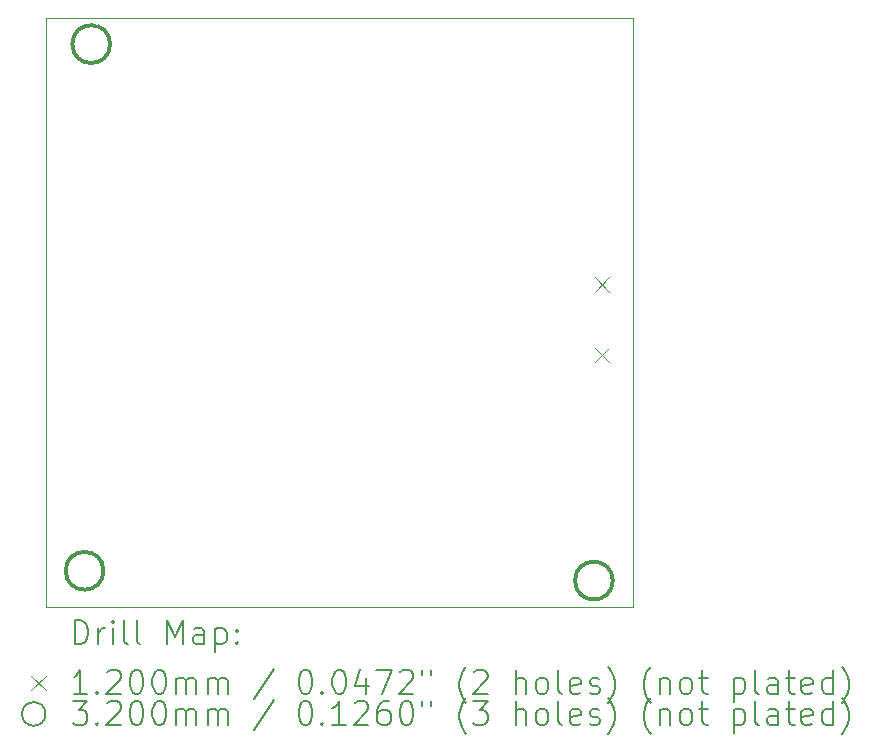
<source format=gbr>
%TF.GenerationSoftware,KiCad,Pcbnew,7.0.1*%
%TF.CreationDate,2023-10-11T20:36:58-05:00*%
%TF.ProjectId,Main_Board,4d61696e-5f42-46f6-9172-642e6b696361,1*%
%TF.SameCoordinates,Original*%
%TF.FileFunction,Drillmap*%
%TF.FilePolarity,Positive*%
%FSLAX45Y45*%
G04 Gerber Fmt 4.5, Leading zero omitted, Abs format (unit mm)*
G04 Created by KiCad (PCBNEW 7.0.1) date 2023-10-11 20:36:58*
%MOMM*%
%LPD*%
G01*
G04 APERTURE LIST*
%ADD10C,0.100000*%
%ADD11C,0.200000*%
%ADD12C,0.120000*%
%ADD13C,0.320000*%
G04 APERTURE END LIST*
D10*
X23483682Y-2000000D02*
X23483682Y-6983379D01*
X18516318Y-2000000D02*
X18516318Y-2000000D01*
X23483682Y-6983379D02*
X18516318Y-6983379D01*
X18516318Y-6983379D02*
X18516318Y-2000000D01*
X18516318Y-2000000D02*
X23483682Y-2000000D01*
D11*
D12*
X23162182Y-4196379D02*
X23282182Y-4316379D01*
X23282182Y-4196379D02*
X23162182Y-4316379D01*
X23162182Y-4796379D02*
X23282182Y-4916379D01*
X23282182Y-4796379D02*
X23162182Y-4916379D01*
D13*
X19001692Y-6680169D02*
G75*
G03*
X19001692Y-6680169I-160000J0D01*
G01*
X19057692Y-2221269D02*
G75*
G03*
X19057692Y-2221269I-160000J0D01*
G01*
X23313692Y-6763169D02*
G75*
G03*
X23313692Y-6763169I-160000J0D01*
G01*
D11*
X18758937Y-7300902D02*
X18758937Y-7100902D01*
X18758937Y-7100902D02*
X18806556Y-7100902D01*
X18806556Y-7100902D02*
X18835127Y-7110426D01*
X18835127Y-7110426D02*
X18854175Y-7129474D01*
X18854175Y-7129474D02*
X18863699Y-7148521D01*
X18863699Y-7148521D02*
X18873223Y-7186617D01*
X18873223Y-7186617D02*
X18873223Y-7215188D01*
X18873223Y-7215188D02*
X18863699Y-7253283D01*
X18863699Y-7253283D02*
X18854175Y-7272331D01*
X18854175Y-7272331D02*
X18835127Y-7291379D01*
X18835127Y-7291379D02*
X18806556Y-7300902D01*
X18806556Y-7300902D02*
X18758937Y-7300902D01*
X18958937Y-7300902D02*
X18958937Y-7167569D01*
X18958937Y-7205664D02*
X18968461Y-7186617D01*
X18968461Y-7186617D02*
X18977984Y-7177093D01*
X18977984Y-7177093D02*
X18997032Y-7167569D01*
X18997032Y-7167569D02*
X19016080Y-7167569D01*
X19082746Y-7300902D02*
X19082746Y-7167569D01*
X19082746Y-7100902D02*
X19073223Y-7110426D01*
X19073223Y-7110426D02*
X19082746Y-7119950D01*
X19082746Y-7119950D02*
X19092270Y-7110426D01*
X19092270Y-7110426D02*
X19082746Y-7100902D01*
X19082746Y-7100902D02*
X19082746Y-7119950D01*
X19206556Y-7300902D02*
X19187508Y-7291379D01*
X19187508Y-7291379D02*
X19177984Y-7272331D01*
X19177984Y-7272331D02*
X19177984Y-7100902D01*
X19311318Y-7300902D02*
X19292270Y-7291379D01*
X19292270Y-7291379D02*
X19282746Y-7272331D01*
X19282746Y-7272331D02*
X19282746Y-7100902D01*
X19539889Y-7300902D02*
X19539889Y-7100902D01*
X19539889Y-7100902D02*
X19606556Y-7243760D01*
X19606556Y-7243760D02*
X19673223Y-7100902D01*
X19673223Y-7100902D02*
X19673223Y-7300902D01*
X19854175Y-7300902D02*
X19854175Y-7196141D01*
X19854175Y-7196141D02*
X19844651Y-7177093D01*
X19844651Y-7177093D02*
X19825604Y-7167569D01*
X19825604Y-7167569D02*
X19787508Y-7167569D01*
X19787508Y-7167569D02*
X19768461Y-7177093D01*
X19854175Y-7291379D02*
X19835127Y-7300902D01*
X19835127Y-7300902D02*
X19787508Y-7300902D01*
X19787508Y-7300902D02*
X19768461Y-7291379D01*
X19768461Y-7291379D02*
X19758937Y-7272331D01*
X19758937Y-7272331D02*
X19758937Y-7253283D01*
X19758937Y-7253283D02*
X19768461Y-7234236D01*
X19768461Y-7234236D02*
X19787508Y-7224712D01*
X19787508Y-7224712D02*
X19835127Y-7224712D01*
X19835127Y-7224712D02*
X19854175Y-7215188D01*
X19949413Y-7167569D02*
X19949413Y-7367569D01*
X19949413Y-7177093D02*
X19968461Y-7167569D01*
X19968461Y-7167569D02*
X20006556Y-7167569D01*
X20006556Y-7167569D02*
X20025604Y-7177093D01*
X20025604Y-7177093D02*
X20035127Y-7186617D01*
X20035127Y-7186617D02*
X20044651Y-7205664D01*
X20044651Y-7205664D02*
X20044651Y-7262807D01*
X20044651Y-7262807D02*
X20035127Y-7281855D01*
X20035127Y-7281855D02*
X20025604Y-7291379D01*
X20025604Y-7291379D02*
X20006556Y-7300902D01*
X20006556Y-7300902D02*
X19968461Y-7300902D01*
X19968461Y-7300902D02*
X19949413Y-7291379D01*
X20130365Y-7281855D02*
X20139889Y-7291379D01*
X20139889Y-7291379D02*
X20130365Y-7300902D01*
X20130365Y-7300902D02*
X20120842Y-7291379D01*
X20120842Y-7291379D02*
X20130365Y-7281855D01*
X20130365Y-7281855D02*
X20130365Y-7300902D01*
X20130365Y-7177093D02*
X20139889Y-7186617D01*
X20139889Y-7186617D02*
X20130365Y-7196141D01*
X20130365Y-7196141D02*
X20120842Y-7186617D01*
X20120842Y-7186617D02*
X20130365Y-7177093D01*
X20130365Y-7177093D02*
X20130365Y-7196141D01*
D12*
X18391318Y-7568379D02*
X18511318Y-7688379D01*
X18511318Y-7568379D02*
X18391318Y-7688379D01*
D11*
X18863699Y-7720902D02*
X18749413Y-7720902D01*
X18806556Y-7720902D02*
X18806556Y-7520902D01*
X18806556Y-7520902D02*
X18787508Y-7549474D01*
X18787508Y-7549474D02*
X18768461Y-7568521D01*
X18768461Y-7568521D02*
X18749413Y-7578045D01*
X18949413Y-7701855D02*
X18958937Y-7711379D01*
X18958937Y-7711379D02*
X18949413Y-7720902D01*
X18949413Y-7720902D02*
X18939889Y-7711379D01*
X18939889Y-7711379D02*
X18949413Y-7701855D01*
X18949413Y-7701855D02*
X18949413Y-7720902D01*
X19035127Y-7539950D02*
X19044651Y-7530426D01*
X19044651Y-7530426D02*
X19063699Y-7520902D01*
X19063699Y-7520902D02*
X19111318Y-7520902D01*
X19111318Y-7520902D02*
X19130365Y-7530426D01*
X19130365Y-7530426D02*
X19139889Y-7539950D01*
X19139889Y-7539950D02*
X19149413Y-7558998D01*
X19149413Y-7558998D02*
X19149413Y-7578045D01*
X19149413Y-7578045D02*
X19139889Y-7606617D01*
X19139889Y-7606617D02*
X19025604Y-7720902D01*
X19025604Y-7720902D02*
X19149413Y-7720902D01*
X19273223Y-7520902D02*
X19292270Y-7520902D01*
X19292270Y-7520902D02*
X19311318Y-7530426D01*
X19311318Y-7530426D02*
X19320842Y-7539950D01*
X19320842Y-7539950D02*
X19330365Y-7558998D01*
X19330365Y-7558998D02*
X19339889Y-7597093D01*
X19339889Y-7597093D02*
X19339889Y-7644712D01*
X19339889Y-7644712D02*
X19330365Y-7682807D01*
X19330365Y-7682807D02*
X19320842Y-7701855D01*
X19320842Y-7701855D02*
X19311318Y-7711379D01*
X19311318Y-7711379D02*
X19292270Y-7720902D01*
X19292270Y-7720902D02*
X19273223Y-7720902D01*
X19273223Y-7720902D02*
X19254175Y-7711379D01*
X19254175Y-7711379D02*
X19244651Y-7701855D01*
X19244651Y-7701855D02*
X19235127Y-7682807D01*
X19235127Y-7682807D02*
X19225604Y-7644712D01*
X19225604Y-7644712D02*
X19225604Y-7597093D01*
X19225604Y-7597093D02*
X19235127Y-7558998D01*
X19235127Y-7558998D02*
X19244651Y-7539950D01*
X19244651Y-7539950D02*
X19254175Y-7530426D01*
X19254175Y-7530426D02*
X19273223Y-7520902D01*
X19463699Y-7520902D02*
X19482746Y-7520902D01*
X19482746Y-7520902D02*
X19501794Y-7530426D01*
X19501794Y-7530426D02*
X19511318Y-7539950D01*
X19511318Y-7539950D02*
X19520842Y-7558998D01*
X19520842Y-7558998D02*
X19530365Y-7597093D01*
X19530365Y-7597093D02*
X19530365Y-7644712D01*
X19530365Y-7644712D02*
X19520842Y-7682807D01*
X19520842Y-7682807D02*
X19511318Y-7701855D01*
X19511318Y-7701855D02*
X19501794Y-7711379D01*
X19501794Y-7711379D02*
X19482746Y-7720902D01*
X19482746Y-7720902D02*
X19463699Y-7720902D01*
X19463699Y-7720902D02*
X19444651Y-7711379D01*
X19444651Y-7711379D02*
X19435127Y-7701855D01*
X19435127Y-7701855D02*
X19425604Y-7682807D01*
X19425604Y-7682807D02*
X19416080Y-7644712D01*
X19416080Y-7644712D02*
X19416080Y-7597093D01*
X19416080Y-7597093D02*
X19425604Y-7558998D01*
X19425604Y-7558998D02*
X19435127Y-7539950D01*
X19435127Y-7539950D02*
X19444651Y-7530426D01*
X19444651Y-7530426D02*
X19463699Y-7520902D01*
X19616080Y-7720902D02*
X19616080Y-7587569D01*
X19616080Y-7606617D02*
X19625604Y-7597093D01*
X19625604Y-7597093D02*
X19644651Y-7587569D01*
X19644651Y-7587569D02*
X19673223Y-7587569D01*
X19673223Y-7587569D02*
X19692270Y-7597093D01*
X19692270Y-7597093D02*
X19701794Y-7616141D01*
X19701794Y-7616141D02*
X19701794Y-7720902D01*
X19701794Y-7616141D02*
X19711318Y-7597093D01*
X19711318Y-7597093D02*
X19730365Y-7587569D01*
X19730365Y-7587569D02*
X19758937Y-7587569D01*
X19758937Y-7587569D02*
X19777985Y-7597093D01*
X19777985Y-7597093D02*
X19787508Y-7616141D01*
X19787508Y-7616141D02*
X19787508Y-7720902D01*
X19882746Y-7720902D02*
X19882746Y-7587569D01*
X19882746Y-7606617D02*
X19892270Y-7597093D01*
X19892270Y-7597093D02*
X19911318Y-7587569D01*
X19911318Y-7587569D02*
X19939889Y-7587569D01*
X19939889Y-7587569D02*
X19958937Y-7597093D01*
X19958937Y-7597093D02*
X19968461Y-7616141D01*
X19968461Y-7616141D02*
X19968461Y-7720902D01*
X19968461Y-7616141D02*
X19977985Y-7597093D01*
X19977985Y-7597093D02*
X19997032Y-7587569D01*
X19997032Y-7587569D02*
X20025604Y-7587569D01*
X20025604Y-7587569D02*
X20044651Y-7597093D01*
X20044651Y-7597093D02*
X20054175Y-7616141D01*
X20054175Y-7616141D02*
X20054175Y-7720902D01*
X20444651Y-7511379D02*
X20273223Y-7768521D01*
X20701794Y-7520902D02*
X20720842Y-7520902D01*
X20720842Y-7520902D02*
X20739889Y-7530426D01*
X20739889Y-7530426D02*
X20749413Y-7539950D01*
X20749413Y-7539950D02*
X20758937Y-7558998D01*
X20758937Y-7558998D02*
X20768461Y-7597093D01*
X20768461Y-7597093D02*
X20768461Y-7644712D01*
X20768461Y-7644712D02*
X20758937Y-7682807D01*
X20758937Y-7682807D02*
X20749413Y-7701855D01*
X20749413Y-7701855D02*
X20739889Y-7711379D01*
X20739889Y-7711379D02*
X20720842Y-7720902D01*
X20720842Y-7720902D02*
X20701794Y-7720902D01*
X20701794Y-7720902D02*
X20682747Y-7711379D01*
X20682747Y-7711379D02*
X20673223Y-7701855D01*
X20673223Y-7701855D02*
X20663699Y-7682807D01*
X20663699Y-7682807D02*
X20654175Y-7644712D01*
X20654175Y-7644712D02*
X20654175Y-7597093D01*
X20654175Y-7597093D02*
X20663699Y-7558998D01*
X20663699Y-7558998D02*
X20673223Y-7539950D01*
X20673223Y-7539950D02*
X20682747Y-7530426D01*
X20682747Y-7530426D02*
X20701794Y-7520902D01*
X20854175Y-7701855D02*
X20863699Y-7711379D01*
X20863699Y-7711379D02*
X20854175Y-7720902D01*
X20854175Y-7720902D02*
X20844651Y-7711379D01*
X20844651Y-7711379D02*
X20854175Y-7701855D01*
X20854175Y-7701855D02*
X20854175Y-7720902D01*
X20987508Y-7520902D02*
X21006556Y-7520902D01*
X21006556Y-7520902D02*
X21025604Y-7530426D01*
X21025604Y-7530426D02*
X21035128Y-7539950D01*
X21035128Y-7539950D02*
X21044651Y-7558998D01*
X21044651Y-7558998D02*
X21054175Y-7597093D01*
X21054175Y-7597093D02*
X21054175Y-7644712D01*
X21054175Y-7644712D02*
X21044651Y-7682807D01*
X21044651Y-7682807D02*
X21035128Y-7701855D01*
X21035128Y-7701855D02*
X21025604Y-7711379D01*
X21025604Y-7711379D02*
X21006556Y-7720902D01*
X21006556Y-7720902D02*
X20987508Y-7720902D01*
X20987508Y-7720902D02*
X20968461Y-7711379D01*
X20968461Y-7711379D02*
X20958937Y-7701855D01*
X20958937Y-7701855D02*
X20949413Y-7682807D01*
X20949413Y-7682807D02*
X20939889Y-7644712D01*
X20939889Y-7644712D02*
X20939889Y-7597093D01*
X20939889Y-7597093D02*
X20949413Y-7558998D01*
X20949413Y-7558998D02*
X20958937Y-7539950D01*
X20958937Y-7539950D02*
X20968461Y-7530426D01*
X20968461Y-7530426D02*
X20987508Y-7520902D01*
X21225604Y-7587569D02*
X21225604Y-7720902D01*
X21177985Y-7511379D02*
X21130366Y-7654236D01*
X21130366Y-7654236D02*
X21254175Y-7654236D01*
X21311318Y-7520902D02*
X21444651Y-7520902D01*
X21444651Y-7520902D02*
X21358937Y-7720902D01*
X21511318Y-7539950D02*
X21520842Y-7530426D01*
X21520842Y-7530426D02*
X21539889Y-7520902D01*
X21539889Y-7520902D02*
X21587509Y-7520902D01*
X21587509Y-7520902D02*
X21606556Y-7530426D01*
X21606556Y-7530426D02*
X21616080Y-7539950D01*
X21616080Y-7539950D02*
X21625604Y-7558998D01*
X21625604Y-7558998D02*
X21625604Y-7578045D01*
X21625604Y-7578045D02*
X21616080Y-7606617D01*
X21616080Y-7606617D02*
X21501794Y-7720902D01*
X21501794Y-7720902D02*
X21625604Y-7720902D01*
X21701794Y-7520902D02*
X21701794Y-7558998D01*
X21777985Y-7520902D02*
X21777985Y-7558998D01*
X22073223Y-7797093D02*
X22063699Y-7787569D01*
X22063699Y-7787569D02*
X22044651Y-7758998D01*
X22044651Y-7758998D02*
X22035128Y-7739950D01*
X22035128Y-7739950D02*
X22025604Y-7711379D01*
X22025604Y-7711379D02*
X22016080Y-7663760D01*
X22016080Y-7663760D02*
X22016080Y-7625664D01*
X22016080Y-7625664D02*
X22025604Y-7578045D01*
X22025604Y-7578045D02*
X22035128Y-7549474D01*
X22035128Y-7549474D02*
X22044651Y-7530426D01*
X22044651Y-7530426D02*
X22063699Y-7501855D01*
X22063699Y-7501855D02*
X22073223Y-7492331D01*
X22139890Y-7539950D02*
X22149413Y-7530426D01*
X22149413Y-7530426D02*
X22168461Y-7520902D01*
X22168461Y-7520902D02*
X22216080Y-7520902D01*
X22216080Y-7520902D02*
X22235128Y-7530426D01*
X22235128Y-7530426D02*
X22244651Y-7539950D01*
X22244651Y-7539950D02*
X22254175Y-7558998D01*
X22254175Y-7558998D02*
X22254175Y-7578045D01*
X22254175Y-7578045D02*
X22244651Y-7606617D01*
X22244651Y-7606617D02*
X22130366Y-7720902D01*
X22130366Y-7720902D02*
X22254175Y-7720902D01*
X22492270Y-7720902D02*
X22492270Y-7520902D01*
X22577985Y-7720902D02*
X22577985Y-7616141D01*
X22577985Y-7616141D02*
X22568461Y-7597093D01*
X22568461Y-7597093D02*
X22549413Y-7587569D01*
X22549413Y-7587569D02*
X22520842Y-7587569D01*
X22520842Y-7587569D02*
X22501794Y-7597093D01*
X22501794Y-7597093D02*
X22492270Y-7606617D01*
X22701794Y-7720902D02*
X22682747Y-7711379D01*
X22682747Y-7711379D02*
X22673223Y-7701855D01*
X22673223Y-7701855D02*
X22663699Y-7682807D01*
X22663699Y-7682807D02*
X22663699Y-7625664D01*
X22663699Y-7625664D02*
X22673223Y-7606617D01*
X22673223Y-7606617D02*
X22682747Y-7597093D01*
X22682747Y-7597093D02*
X22701794Y-7587569D01*
X22701794Y-7587569D02*
X22730366Y-7587569D01*
X22730366Y-7587569D02*
X22749413Y-7597093D01*
X22749413Y-7597093D02*
X22758937Y-7606617D01*
X22758937Y-7606617D02*
X22768461Y-7625664D01*
X22768461Y-7625664D02*
X22768461Y-7682807D01*
X22768461Y-7682807D02*
X22758937Y-7701855D01*
X22758937Y-7701855D02*
X22749413Y-7711379D01*
X22749413Y-7711379D02*
X22730366Y-7720902D01*
X22730366Y-7720902D02*
X22701794Y-7720902D01*
X22882747Y-7720902D02*
X22863699Y-7711379D01*
X22863699Y-7711379D02*
X22854175Y-7692331D01*
X22854175Y-7692331D02*
X22854175Y-7520902D01*
X23035128Y-7711379D02*
X23016080Y-7720902D01*
X23016080Y-7720902D02*
X22977985Y-7720902D01*
X22977985Y-7720902D02*
X22958937Y-7711379D01*
X22958937Y-7711379D02*
X22949413Y-7692331D01*
X22949413Y-7692331D02*
X22949413Y-7616141D01*
X22949413Y-7616141D02*
X22958937Y-7597093D01*
X22958937Y-7597093D02*
X22977985Y-7587569D01*
X22977985Y-7587569D02*
X23016080Y-7587569D01*
X23016080Y-7587569D02*
X23035128Y-7597093D01*
X23035128Y-7597093D02*
X23044651Y-7616141D01*
X23044651Y-7616141D02*
X23044651Y-7635188D01*
X23044651Y-7635188D02*
X22949413Y-7654236D01*
X23120842Y-7711379D02*
X23139890Y-7720902D01*
X23139890Y-7720902D02*
X23177985Y-7720902D01*
X23177985Y-7720902D02*
X23197032Y-7711379D01*
X23197032Y-7711379D02*
X23206556Y-7692331D01*
X23206556Y-7692331D02*
X23206556Y-7682807D01*
X23206556Y-7682807D02*
X23197032Y-7663760D01*
X23197032Y-7663760D02*
X23177985Y-7654236D01*
X23177985Y-7654236D02*
X23149413Y-7654236D01*
X23149413Y-7654236D02*
X23130366Y-7644712D01*
X23130366Y-7644712D02*
X23120842Y-7625664D01*
X23120842Y-7625664D02*
X23120842Y-7616141D01*
X23120842Y-7616141D02*
X23130366Y-7597093D01*
X23130366Y-7597093D02*
X23149413Y-7587569D01*
X23149413Y-7587569D02*
X23177985Y-7587569D01*
X23177985Y-7587569D02*
X23197032Y-7597093D01*
X23273223Y-7797093D02*
X23282747Y-7787569D01*
X23282747Y-7787569D02*
X23301794Y-7758998D01*
X23301794Y-7758998D02*
X23311318Y-7739950D01*
X23311318Y-7739950D02*
X23320842Y-7711379D01*
X23320842Y-7711379D02*
X23330366Y-7663760D01*
X23330366Y-7663760D02*
X23330366Y-7625664D01*
X23330366Y-7625664D02*
X23320842Y-7578045D01*
X23320842Y-7578045D02*
X23311318Y-7549474D01*
X23311318Y-7549474D02*
X23301794Y-7530426D01*
X23301794Y-7530426D02*
X23282747Y-7501855D01*
X23282747Y-7501855D02*
X23273223Y-7492331D01*
X23635128Y-7797093D02*
X23625604Y-7787569D01*
X23625604Y-7787569D02*
X23606556Y-7758998D01*
X23606556Y-7758998D02*
X23597032Y-7739950D01*
X23597032Y-7739950D02*
X23587509Y-7711379D01*
X23587509Y-7711379D02*
X23577985Y-7663760D01*
X23577985Y-7663760D02*
X23577985Y-7625664D01*
X23577985Y-7625664D02*
X23587509Y-7578045D01*
X23587509Y-7578045D02*
X23597032Y-7549474D01*
X23597032Y-7549474D02*
X23606556Y-7530426D01*
X23606556Y-7530426D02*
X23625604Y-7501855D01*
X23625604Y-7501855D02*
X23635128Y-7492331D01*
X23711318Y-7587569D02*
X23711318Y-7720902D01*
X23711318Y-7606617D02*
X23720842Y-7597093D01*
X23720842Y-7597093D02*
X23739890Y-7587569D01*
X23739890Y-7587569D02*
X23768461Y-7587569D01*
X23768461Y-7587569D02*
X23787509Y-7597093D01*
X23787509Y-7597093D02*
X23797032Y-7616141D01*
X23797032Y-7616141D02*
X23797032Y-7720902D01*
X23920842Y-7720902D02*
X23901794Y-7711379D01*
X23901794Y-7711379D02*
X23892271Y-7701855D01*
X23892271Y-7701855D02*
X23882747Y-7682807D01*
X23882747Y-7682807D02*
X23882747Y-7625664D01*
X23882747Y-7625664D02*
X23892271Y-7606617D01*
X23892271Y-7606617D02*
X23901794Y-7597093D01*
X23901794Y-7597093D02*
X23920842Y-7587569D01*
X23920842Y-7587569D02*
X23949413Y-7587569D01*
X23949413Y-7587569D02*
X23968461Y-7597093D01*
X23968461Y-7597093D02*
X23977985Y-7606617D01*
X23977985Y-7606617D02*
X23987509Y-7625664D01*
X23987509Y-7625664D02*
X23987509Y-7682807D01*
X23987509Y-7682807D02*
X23977985Y-7701855D01*
X23977985Y-7701855D02*
X23968461Y-7711379D01*
X23968461Y-7711379D02*
X23949413Y-7720902D01*
X23949413Y-7720902D02*
X23920842Y-7720902D01*
X24044652Y-7587569D02*
X24120842Y-7587569D01*
X24073223Y-7520902D02*
X24073223Y-7692331D01*
X24073223Y-7692331D02*
X24082747Y-7711379D01*
X24082747Y-7711379D02*
X24101794Y-7720902D01*
X24101794Y-7720902D02*
X24120842Y-7720902D01*
X24339890Y-7587569D02*
X24339890Y-7787569D01*
X24339890Y-7597093D02*
X24358937Y-7587569D01*
X24358937Y-7587569D02*
X24397033Y-7587569D01*
X24397033Y-7587569D02*
X24416080Y-7597093D01*
X24416080Y-7597093D02*
X24425604Y-7606617D01*
X24425604Y-7606617D02*
X24435128Y-7625664D01*
X24435128Y-7625664D02*
X24435128Y-7682807D01*
X24435128Y-7682807D02*
X24425604Y-7701855D01*
X24425604Y-7701855D02*
X24416080Y-7711379D01*
X24416080Y-7711379D02*
X24397033Y-7720902D01*
X24397033Y-7720902D02*
X24358937Y-7720902D01*
X24358937Y-7720902D02*
X24339890Y-7711379D01*
X24549413Y-7720902D02*
X24530366Y-7711379D01*
X24530366Y-7711379D02*
X24520842Y-7692331D01*
X24520842Y-7692331D02*
X24520842Y-7520902D01*
X24711318Y-7720902D02*
X24711318Y-7616141D01*
X24711318Y-7616141D02*
X24701794Y-7597093D01*
X24701794Y-7597093D02*
X24682747Y-7587569D01*
X24682747Y-7587569D02*
X24644652Y-7587569D01*
X24644652Y-7587569D02*
X24625604Y-7597093D01*
X24711318Y-7711379D02*
X24692271Y-7720902D01*
X24692271Y-7720902D02*
X24644652Y-7720902D01*
X24644652Y-7720902D02*
X24625604Y-7711379D01*
X24625604Y-7711379D02*
X24616080Y-7692331D01*
X24616080Y-7692331D02*
X24616080Y-7673283D01*
X24616080Y-7673283D02*
X24625604Y-7654236D01*
X24625604Y-7654236D02*
X24644652Y-7644712D01*
X24644652Y-7644712D02*
X24692271Y-7644712D01*
X24692271Y-7644712D02*
X24711318Y-7635188D01*
X24777985Y-7587569D02*
X24854175Y-7587569D01*
X24806556Y-7520902D02*
X24806556Y-7692331D01*
X24806556Y-7692331D02*
X24816080Y-7711379D01*
X24816080Y-7711379D02*
X24835128Y-7720902D01*
X24835128Y-7720902D02*
X24854175Y-7720902D01*
X24997033Y-7711379D02*
X24977985Y-7720902D01*
X24977985Y-7720902D02*
X24939890Y-7720902D01*
X24939890Y-7720902D02*
X24920842Y-7711379D01*
X24920842Y-7711379D02*
X24911318Y-7692331D01*
X24911318Y-7692331D02*
X24911318Y-7616141D01*
X24911318Y-7616141D02*
X24920842Y-7597093D01*
X24920842Y-7597093D02*
X24939890Y-7587569D01*
X24939890Y-7587569D02*
X24977985Y-7587569D01*
X24977985Y-7587569D02*
X24997033Y-7597093D01*
X24997033Y-7597093D02*
X25006556Y-7616141D01*
X25006556Y-7616141D02*
X25006556Y-7635188D01*
X25006556Y-7635188D02*
X24911318Y-7654236D01*
X25177985Y-7720902D02*
X25177985Y-7520902D01*
X25177985Y-7711379D02*
X25158937Y-7720902D01*
X25158937Y-7720902D02*
X25120842Y-7720902D01*
X25120842Y-7720902D02*
X25101794Y-7711379D01*
X25101794Y-7711379D02*
X25092271Y-7701855D01*
X25092271Y-7701855D02*
X25082747Y-7682807D01*
X25082747Y-7682807D02*
X25082747Y-7625664D01*
X25082747Y-7625664D02*
X25092271Y-7606617D01*
X25092271Y-7606617D02*
X25101794Y-7597093D01*
X25101794Y-7597093D02*
X25120842Y-7587569D01*
X25120842Y-7587569D02*
X25158937Y-7587569D01*
X25158937Y-7587569D02*
X25177985Y-7597093D01*
X25254175Y-7797093D02*
X25263699Y-7787569D01*
X25263699Y-7787569D02*
X25282747Y-7758998D01*
X25282747Y-7758998D02*
X25292271Y-7739950D01*
X25292271Y-7739950D02*
X25301794Y-7711379D01*
X25301794Y-7711379D02*
X25311318Y-7663760D01*
X25311318Y-7663760D02*
X25311318Y-7625664D01*
X25311318Y-7625664D02*
X25301794Y-7578045D01*
X25301794Y-7578045D02*
X25292271Y-7549474D01*
X25292271Y-7549474D02*
X25282747Y-7530426D01*
X25282747Y-7530426D02*
X25263699Y-7501855D01*
X25263699Y-7501855D02*
X25254175Y-7492331D01*
X18511318Y-7892379D02*
G75*
G03*
X18511318Y-7892379I-100000J0D01*
G01*
X18739889Y-7784902D02*
X18863699Y-7784902D01*
X18863699Y-7784902D02*
X18797032Y-7861093D01*
X18797032Y-7861093D02*
X18825604Y-7861093D01*
X18825604Y-7861093D02*
X18844651Y-7870617D01*
X18844651Y-7870617D02*
X18854175Y-7880141D01*
X18854175Y-7880141D02*
X18863699Y-7899188D01*
X18863699Y-7899188D02*
X18863699Y-7946807D01*
X18863699Y-7946807D02*
X18854175Y-7965855D01*
X18854175Y-7965855D02*
X18844651Y-7975379D01*
X18844651Y-7975379D02*
X18825604Y-7984902D01*
X18825604Y-7984902D02*
X18768461Y-7984902D01*
X18768461Y-7984902D02*
X18749413Y-7975379D01*
X18749413Y-7975379D02*
X18739889Y-7965855D01*
X18949413Y-7965855D02*
X18958937Y-7975379D01*
X18958937Y-7975379D02*
X18949413Y-7984902D01*
X18949413Y-7984902D02*
X18939889Y-7975379D01*
X18939889Y-7975379D02*
X18949413Y-7965855D01*
X18949413Y-7965855D02*
X18949413Y-7984902D01*
X19035127Y-7803950D02*
X19044651Y-7794426D01*
X19044651Y-7794426D02*
X19063699Y-7784902D01*
X19063699Y-7784902D02*
X19111318Y-7784902D01*
X19111318Y-7784902D02*
X19130365Y-7794426D01*
X19130365Y-7794426D02*
X19139889Y-7803950D01*
X19139889Y-7803950D02*
X19149413Y-7822998D01*
X19149413Y-7822998D02*
X19149413Y-7842045D01*
X19149413Y-7842045D02*
X19139889Y-7870617D01*
X19139889Y-7870617D02*
X19025604Y-7984902D01*
X19025604Y-7984902D02*
X19149413Y-7984902D01*
X19273223Y-7784902D02*
X19292270Y-7784902D01*
X19292270Y-7784902D02*
X19311318Y-7794426D01*
X19311318Y-7794426D02*
X19320842Y-7803950D01*
X19320842Y-7803950D02*
X19330365Y-7822998D01*
X19330365Y-7822998D02*
X19339889Y-7861093D01*
X19339889Y-7861093D02*
X19339889Y-7908712D01*
X19339889Y-7908712D02*
X19330365Y-7946807D01*
X19330365Y-7946807D02*
X19320842Y-7965855D01*
X19320842Y-7965855D02*
X19311318Y-7975379D01*
X19311318Y-7975379D02*
X19292270Y-7984902D01*
X19292270Y-7984902D02*
X19273223Y-7984902D01*
X19273223Y-7984902D02*
X19254175Y-7975379D01*
X19254175Y-7975379D02*
X19244651Y-7965855D01*
X19244651Y-7965855D02*
X19235127Y-7946807D01*
X19235127Y-7946807D02*
X19225604Y-7908712D01*
X19225604Y-7908712D02*
X19225604Y-7861093D01*
X19225604Y-7861093D02*
X19235127Y-7822998D01*
X19235127Y-7822998D02*
X19244651Y-7803950D01*
X19244651Y-7803950D02*
X19254175Y-7794426D01*
X19254175Y-7794426D02*
X19273223Y-7784902D01*
X19463699Y-7784902D02*
X19482746Y-7784902D01*
X19482746Y-7784902D02*
X19501794Y-7794426D01*
X19501794Y-7794426D02*
X19511318Y-7803950D01*
X19511318Y-7803950D02*
X19520842Y-7822998D01*
X19520842Y-7822998D02*
X19530365Y-7861093D01*
X19530365Y-7861093D02*
X19530365Y-7908712D01*
X19530365Y-7908712D02*
X19520842Y-7946807D01*
X19520842Y-7946807D02*
X19511318Y-7965855D01*
X19511318Y-7965855D02*
X19501794Y-7975379D01*
X19501794Y-7975379D02*
X19482746Y-7984902D01*
X19482746Y-7984902D02*
X19463699Y-7984902D01*
X19463699Y-7984902D02*
X19444651Y-7975379D01*
X19444651Y-7975379D02*
X19435127Y-7965855D01*
X19435127Y-7965855D02*
X19425604Y-7946807D01*
X19425604Y-7946807D02*
X19416080Y-7908712D01*
X19416080Y-7908712D02*
X19416080Y-7861093D01*
X19416080Y-7861093D02*
X19425604Y-7822998D01*
X19425604Y-7822998D02*
X19435127Y-7803950D01*
X19435127Y-7803950D02*
X19444651Y-7794426D01*
X19444651Y-7794426D02*
X19463699Y-7784902D01*
X19616080Y-7984902D02*
X19616080Y-7851569D01*
X19616080Y-7870617D02*
X19625604Y-7861093D01*
X19625604Y-7861093D02*
X19644651Y-7851569D01*
X19644651Y-7851569D02*
X19673223Y-7851569D01*
X19673223Y-7851569D02*
X19692270Y-7861093D01*
X19692270Y-7861093D02*
X19701794Y-7880141D01*
X19701794Y-7880141D02*
X19701794Y-7984902D01*
X19701794Y-7880141D02*
X19711318Y-7861093D01*
X19711318Y-7861093D02*
X19730365Y-7851569D01*
X19730365Y-7851569D02*
X19758937Y-7851569D01*
X19758937Y-7851569D02*
X19777985Y-7861093D01*
X19777985Y-7861093D02*
X19787508Y-7880141D01*
X19787508Y-7880141D02*
X19787508Y-7984902D01*
X19882746Y-7984902D02*
X19882746Y-7851569D01*
X19882746Y-7870617D02*
X19892270Y-7861093D01*
X19892270Y-7861093D02*
X19911318Y-7851569D01*
X19911318Y-7851569D02*
X19939889Y-7851569D01*
X19939889Y-7851569D02*
X19958937Y-7861093D01*
X19958937Y-7861093D02*
X19968461Y-7880141D01*
X19968461Y-7880141D02*
X19968461Y-7984902D01*
X19968461Y-7880141D02*
X19977985Y-7861093D01*
X19977985Y-7861093D02*
X19997032Y-7851569D01*
X19997032Y-7851569D02*
X20025604Y-7851569D01*
X20025604Y-7851569D02*
X20044651Y-7861093D01*
X20044651Y-7861093D02*
X20054175Y-7880141D01*
X20054175Y-7880141D02*
X20054175Y-7984902D01*
X20444651Y-7775379D02*
X20273223Y-8032521D01*
X20701794Y-7784902D02*
X20720842Y-7784902D01*
X20720842Y-7784902D02*
X20739889Y-7794426D01*
X20739889Y-7794426D02*
X20749413Y-7803950D01*
X20749413Y-7803950D02*
X20758937Y-7822998D01*
X20758937Y-7822998D02*
X20768461Y-7861093D01*
X20768461Y-7861093D02*
X20768461Y-7908712D01*
X20768461Y-7908712D02*
X20758937Y-7946807D01*
X20758937Y-7946807D02*
X20749413Y-7965855D01*
X20749413Y-7965855D02*
X20739889Y-7975379D01*
X20739889Y-7975379D02*
X20720842Y-7984902D01*
X20720842Y-7984902D02*
X20701794Y-7984902D01*
X20701794Y-7984902D02*
X20682747Y-7975379D01*
X20682747Y-7975379D02*
X20673223Y-7965855D01*
X20673223Y-7965855D02*
X20663699Y-7946807D01*
X20663699Y-7946807D02*
X20654175Y-7908712D01*
X20654175Y-7908712D02*
X20654175Y-7861093D01*
X20654175Y-7861093D02*
X20663699Y-7822998D01*
X20663699Y-7822998D02*
X20673223Y-7803950D01*
X20673223Y-7803950D02*
X20682747Y-7794426D01*
X20682747Y-7794426D02*
X20701794Y-7784902D01*
X20854175Y-7965855D02*
X20863699Y-7975379D01*
X20863699Y-7975379D02*
X20854175Y-7984902D01*
X20854175Y-7984902D02*
X20844651Y-7975379D01*
X20844651Y-7975379D02*
X20854175Y-7965855D01*
X20854175Y-7965855D02*
X20854175Y-7984902D01*
X21054175Y-7984902D02*
X20939889Y-7984902D01*
X20997032Y-7984902D02*
X20997032Y-7784902D01*
X20997032Y-7784902D02*
X20977985Y-7813474D01*
X20977985Y-7813474D02*
X20958937Y-7832521D01*
X20958937Y-7832521D02*
X20939889Y-7842045D01*
X21130366Y-7803950D02*
X21139889Y-7794426D01*
X21139889Y-7794426D02*
X21158937Y-7784902D01*
X21158937Y-7784902D02*
X21206556Y-7784902D01*
X21206556Y-7784902D02*
X21225604Y-7794426D01*
X21225604Y-7794426D02*
X21235128Y-7803950D01*
X21235128Y-7803950D02*
X21244651Y-7822998D01*
X21244651Y-7822998D02*
X21244651Y-7842045D01*
X21244651Y-7842045D02*
X21235128Y-7870617D01*
X21235128Y-7870617D02*
X21120842Y-7984902D01*
X21120842Y-7984902D02*
X21244651Y-7984902D01*
X21416080Y-7784902D02*
X21377985Y-7784902D01*
X21377985Y-7784902D02*
X21358937Y-7794426D01*
X21358937Y-7794426D02*
X21349413Y-7803950D01*
X21349413Y-7803950D02*
X21330366Y-7832521D01*
X21330366Y-7832521D02*
X21320842Y-7870617D01*
X21320842Y-7870617D02*
X21320842Y-7946807D01*
X21320842Y-7946807D02*
X21330366Y-7965855D01*
X21330366Y-7965855D02*
X21339889Y-7975379D01*
X21339889Y-7975379D02*
X21358937Y-7984902D01*
X21358937Y-7984902D02*
X21397032Y-7984902D01*
X21397032Y-7984902D02*
X21416080Y-7975379D01*
X21416080Y-7975379D02*
X21425604Y-7965855D01*
X21425604Y-7965855D02*
X21435128Y-7946807D01*
X21435128Y-7946807D02*
X21435128Y-7899188D01*
X21435128Y-7899188D02*
X21425604Y-7880141D01*
X21425604Y-7880141D02*
X21416080Y-7870617D01*
X21416080Y-7870617D02*
X21397032Y-7861093D01*
X21397032Y-7861093D02*
X21358937Y-7861093D01*
X21358937Y-7861093D02*
X21339889Y-7870617D01*
X21339889Y-7870617D02*
X21330366Y-7880141D01*
X21330366Y-7880141D02*
X21320842Y-7899188D01*
X21558937Y-7784902D02*
X21577985Y-7784902D01*
X21577985Y-7784902D02*
X21597032Y-7794426D01*
X21597032Y-7794426D02*
X21606556Y-7803950D01*
X21606556Y-7803950D02*
X21616080Y-7822998D01*
X21616080Y-7822998D02*
X21625604Y-7861093D01*
X21625604Y-7861093D02*
X21625604Y-7908712D01*
X21625604Y-7908712D02*
X21616080Y-7946807D01*
X21616080Y-7946807D02*
X21606556Y-7965855D01*
X21606556Y-7965855D02*
X21597032Y-7975379D01*
X21597032Y-7975379D02*
X21577985Y-7984902D01*
X21577985Y-7984902D02*
X21558937Y-7984902D01*
X21558937Y-7984902D02*
X21539889Y-7975379D01*
X21539889Y-7975379D02*
X21530366Y-7965855D01*
X21530366Y-7965855D02*
X21520842Y-7946807D01*
X21520842Y-7946807D02*
X21511318Y-7908712D01*
X21511318Y-7908712D02*
X21511318Y-7861093D01*
X21511318Y-7861093D02*
X21520842Y-7822998D01*
X21520842Y-7822998D02*
X21530366Y-7803950D01*
X21530366Y-7803950D02*
X21539889Y-7794426D01*
X21539889Y-7794426D02*
X21558937Y-7784902D01*
X21701794Y-7784902D02*
X21701794Y-7822998D01*
X21777985Y-7784902D02*
X21777985Y-7822998D01*
X22073223Y-8061093D02*
X22063699Y-8051569D01*
X22063699Y-8051569D02*
X22044651Y-8022998D01*
X22044651Y-8022998D02*
X22035128Y-8003950D01*
X22035128Y-8003950D02*
X22025604Y-7975379D01*
X22025604Y-7975379D02*
X22016080Y-7927760D01*
X22016080Y-7927760D02*
X22016080Y-7889664D01*
X22016080Y-7889664D02*
X22025604Y-7842045D01*
X22025604Y-7842045D02*
X22035128Y-7813474D01*
X22035128Y-7813474D02*
X22044651Y-7794426D01*
X22044651Y-7794426D02*
X22063699Y-7765855D01*
X22063699Y-7765855D02*
X22073223Y-7756331D01*
X22130366Y-7784902D02*
X22254175Y-7784902D01*
X22254175Y-7784902D02*
X22187509Y-7861093D01*
X22187509Y-7861093D02*
X22216080Y-7861093D01*
X22216080Y-7861093D02*
X22235128Y-7870617D01*
X22235128Y-7870617D02*
X22244651Y-7880141D01*
X22244651Y-7880141D02*
X22254175Y-7899188D01*
X22254175Y-7899188D02*
X22254175Y-7946807D01*
X22254175Y-7946807D02*
X22244651Y-7965855D01*
X22244651Y-7965855D02*
X22235128Y-7975379D01*
X22235128Y-7975379D02*
X22216080Y-7984902D01*
X22216080Y-7984902D02*
X22158937Y-7984902D01*
X22158937Y-7984902D02*
X22139890Y-7975379D01*
X22139890Y-7975379D02*
X22130366Y-7965855D01*
X22492270Y-7984902D02*
X22492270Y-7784902D01*
X22577985Y-7984902D02*
X22577985Y-7880141D01*
X22577985Y-7880141D02*
X22568461Y-7861093D01*
X22568461Y-7861093D02*
X22549413Y-7851569D01*
X22549413Y-7851569D02*
X22520842Y-7851569D01*
X22520842Y-7851569D02*
X22501794Y-7861093D01*
X22501794Y-7861093D02*
X22492270Y-7870617D01*
X22701794Y-7984902D02*
X22682747Y-7975379D01*
X22682747Y-7975379D02*
X22673223Y-7965855D01*
X22673223Y-7965855D02*
X22663699Y-7946807D01*
X22663699Y-7946807D02*
X22663699Y-7889664D01*
X22663699Y-7889664D02*
X22673223Y-7870617D01*
X22673223Y-7870617D02*
X22682747Y-7861093D01*
X22682747Y-7861093D02*
X22701794Y-7851569D01*
X22701794Y-7851569D02*
X22730366Y-7851569D01*
X22730366Y-7851569D02*
X22749413Y-7861093D01*
X22749413Y-7861093D02*
X22758937Y-7870617D01*
X22758937Y-7870617D02*
X22768461Y-7889664D01*
X22768461Y-7889664D02*
X22768461Y-7946807D01*
X22768461Y-7946807D02*
X22758937Y-7965855D01*
X22758937Y-7965855D02*
X22749413Y-7975379D01*
X22749413Y-7975379D02*
X22730366Y-7984902D01*
X22730366Y-7984902D02*
X22701794Y-7984902D01*
X22882747Y-7984902D02*
X22863699Y-7975379D01*
X22863699Y-7975379D02*
X22854175Y-7956331D01*
X22854175Y-7956331D02*
X22854175Y-7784902D01*
X23035128Y-7975379D02*
X23016080Y-7984902D01*
X23016080Y-7984902D02*
X22977985Y-7984902D01*
X22977985Y-7984902D02*
X22958937Y-7975379D01*
X22958937Y-7975379D02*
X22949413Y-7956331D01*
X22949413Y-7956331D02*
X22949413Y-7880141D01*
X22949413Y-7880141D02*
X22958937Y-7861093D01*
X22958937Y-7861093D02*
X22977985Y-7851569D01*
X22977985Y-7851569D02*
X23016080Y-7851569D01*
X23016080Y-7851569D02*
X23035128Y-7861093D01*
X23035128Y-7861093D02*
X23044651Y-7880141D01*
X23044651Y-7880141D02*
X23044651Y-7899188D01*
X23044651Y-7899188D02*
X22949413Y-7918236D01*
X23120842Y-7975379D02*
X23139890Y-7984902D01*
X23139890Y-7984902D02*
X23177985Y-7984902D01*
X23177985Y-7984902D02*
X23197032Y-7975379D01*
X23197032Y-7975379D02*
X23206556Y-7956331D01*
X23206556Y-7956331D02*
X23206556Y-7946807D01*
X23206556Y-7946807D02*
X23197032Y-7927760D01*
X23197032Y-7927760D02*
X23177985Y-7918236D01*
X23177985Y-7918236D02*
X23149413Y-7918236D01*
X23149413Y-7918236D02*
X23130366Y-7908712D01*
X23130366Y-7908712D02*
X23120842Y-7889664D01*
X23120842Y-7889664D02*
X23120842Y-7880141D01*
X23120842Y-7880141D02*
X23130366Y-7861093D01*
X23130366Y-7861093D02*
X23149413Y-7851569D01*
X23149413Y-7851569D02*
X23177985Y-7851569D01*
X23177985Y-7851569D02*
X23197032Y-7861093D01*
X23273223Y-8061093D02*
X23282747Y-8051569D01*
X23282747Y-8051569D02*
X23301794Y-8022998D01*
X23301794Y-8022998D02*
X23311318Y-8003950D01*
X23311318Y-8003950D02*
X23320842Y-7975379D01*
X23320842Y-7975379D02*
X23330366Y-7927760D01*
X23330366Y-7927760D02*
X23330366Y-7889664D01*
X23330366Y-7889664D02*
X23320842Y-7842045D01*
X23320842Y-7842045D02*
X23311318Y-7813474D01*
X23311318Y-7813474D02*
X23301794Y-7794426D01*
X23301794Y-7794426D02*
X23282747Y-7765855D01*
X23282747Y-7765855D02*
X23273223Y-7756331D01*
X23635128Y-8061093D02*
X23625604Y-8051569D01*
X23625604Y-8051569D02*
X23606556Y-8022998D01*
X23606556Y-8022998D02*
X23597032Y-8003950D01*
X23597032Y-8003950D02*
X23587509Y-7975379D01*
X23587509Y-7975379D02*
X23577985Y-7927760D01*
X23577985Y-7927760D02*
X23577985Y-7889664D01*
X23577985Y-7889664D02*
X23587509Y-7842045D01*
X23587509Y-7842045D02*
X23597032Y-7813474D01*
X23597032Y-7813474D02*
X23606556Y-7794426D01*
X23606556Y-7794426D02*
X23625604Y-7765855D01*
X23625604Y-7765855D02*
X23635128Y-7756331D01*
X23711318Y-7851569D02*
X23711318Y-7984902D01*
X23711318Y-7870617D02*
X23720842Y-7861093D01*
X23720842Y-7861093D02*
X23739890Y-7851569D01*
X23739890Y-7851569D02*
X23768461Y-7851569D01*
X23768461Y-7851569D02*
X23787509Y-7861093D01*
X23787509Y-7861093D02*
X23797032Y-7880141D01*
X23797032Y-7880141D02*
X23797032Y-7984902D01*
X23920842Y-7984902D02*
X23901794Y-7975379D01*
X23901794Y-7975379D02*
X23892271Y-7965855D01*
X23892271Y-7965855D02*
X23882747Y-7946807D01*
X23882747Y-7946807D02*
X23882747Y-7889664D01*
X23882747Y-7889664D02*
X23892271Y-7870617D01*
X23892271Y-7870617D02*
X23901794Y-7861093D01*
X23901794Y-7861093D02*
X23920842Y-7851569D01*
X23920842Y-7851569D02*
X23949413Y-7851569D01*
X23949413Y-7851569D02*
X23968461Y-7861093D01*
X23968461Y-7861093D02*
X23977985Y-7870617D01*
X23977985Y-7870617D02*
X23987509Y-7889664D01*
X23987509Y-7889664D02*
X23987509Y-7946807D01*
X23987509Y-7946807D02*
X23977985Y-7965855D01*
X23977985Y-7965855D02*
X23968461Y-7975379D01*
X23968461Y-7975379D02*
X23949413Y-7984902D01*
X23949413Y-7984902D02*
X23920842Y-7984902D01*
X24044652Y-7851569D02*
X24120842Y-7851569D01*
X24073223Y-7784902D02*
X24073223Y-7956331D01*
X24073223Y-7956331D02*
X24082747Y-7975379D01*
X24082747Y-7975379D02*
X24101794Y-7984902D01*
X24101794Y-7984902D02*
X24120842Y-7984902D01*
X24339890Y-7851569D02*
X24339890Y-8051569D01*
X24339890Y-7861093D02*
X24358937Y-7851569D01*
X24358937Y-7851569D02*
X24397033Y-7851569D01*
X24397033Y-7851569D02*
X24416080Y-7861093D01*
X24416080Y-7861093D02*
X24425604Y-7870617D01*
X24425604Y-7870617D02*
X24435128Y-7889664D01*
X24435128Y-7889664D02*
X24435128Y-7946807D01*
X24435128Y-7946807D02*
X24425604Y-7965855D01*
X24425604Y-7965855D02*
X24416080Y-7975379D01*
X24416080Y-7975379D02*
X24397033Y-7984902D01*
X24397033Y-7984902D02*
X24358937Y-7984902D01*
X24358937Y-7984902D02*
X24339890Y-7975379D01*
X24549413Y-7984902D02*
X24530366Y-7975379D01*
X24530366Y-7975379D02*
X24520842Y-7956331D01*
X24520842Y-7956331D02*
X24520842Y-7784902D01*
X24711318Y-7984902D02*
X24711318Y-7880141D01*
X24711318Y-7880141D02*
X24701794Y-7861093D01*
X24701794Y-7861093D02*
X24682747Y-7851569D01*
X24682747Y-7851569D02*
X24644652Y-7851569D01*
X24644652Y-7851569D02*
X24625604Y-7861093D01*
X24711318Y-7975379D02*
X24692271Y-7984902D01*
X24692271Y-7984902D02*
X24644652Y-7984902D01*
X24644652Y-7984902D02*
X24625604Y-7975379D01*
X24625604Y-7975379D02*
X24616080Y-7956331D01*
X24616080Y-7956331D02*
X24616080Y-7937283D01*
X24616080Y-7937283D02*
X24625604Y-7918236D01*
X24625604Y-7918236D02*
X24644652Y-7908712D01*
X24644652Y-7908712D02*
X24692271Y-7908712D01*
X24692271Y-7908712D02*
X24711318Y-7899188D01*
X24777985Y-7851569D02*
X24854175Y-7851569D01*
X24806556Y-7784902D02*
X24806556Y-7956331D01*
X24806556Y-7956331D02*
X24816080Y-7975379D01*
X24816080Y-7975379D02*
X24835128Y-7984902D01*
X24835128Y-7984902D02*
X24854175Y-7984902D01*
X24997033Y-7975379D02*
X24977985Y-7984902D01*
X24977985Y-7984902D02*
X24939890Y-7984902D01*
X24939890Y-7984902D02*
X24920842Y-7975379D01*
X24920842Y-7975379D02*
X24911318Y-7956331D01*
X24911318Y-7956331D02*
X24911318Y-7880141D01*
X24911318Y-7880141D02*
X24920842Y-7861093D01*
X24920842Y-7861093D02*
X24939890Y-7851569D01*
X24939890Y-7851569D02*
X24977985Y-7851569D01*
X24977985Y-7851569D02*
X24997033Y-7861093D01*
X24997033Y-7861093D02*
X25006556Y-7880141D01*
X25006556Y-7880141D02*
X25006556Y-7899188D01*
X25006556Y-7899188D02*
X24911318Y-7918236D01*
X25177985Y-7984902D02*
X25177985Y-7784902D01*
X25177985Y-7975379D02*
X25158937Y-7984902D01*
X25158937Y-7984902D02*
X25120842Y-7984902D01*
X25120842Y-7984902D02*
X25101794Y-7975379D01*
X25101794Y-7975379D02*
X25092271Y-7965855D01*
X25092271Y-7965855D02*
X25082747Y-7946807D01*
X25082747Y-7946807D02*
X25082747Y-7889664D01*
X25082747Y-7889664D02*
X25092271Y-7870617D01*
X25092271Y-7870617D02*
X25101794Y-7861093D01*
X25101794Y-7861093D02*
X25120842Y-7851569D01*
X25120842Y-7851569D02*
X25158937Y-7851569D01*
X25158937Y-7851569D02*
X25177985Y-7861093D01*
X25254175Y-8061093D02*
X25263699Y-8051569D01*
X25263699Y-8051569D02*
X25282747Y-8022998D01*
X25282747Y-8022998D02*
X25292271Y-8003950D01*
X25292271Y-8003950D02*
X25301794Y-7975379D01*
X25301794Y-7975379D02*
X25311318Y-7927760D01*
X25311318Y-7927760D02*
X25311318Y-7889664D01*
X25311318Y-7889664D02*
X25301794Y-7842045D01*
X25301794Y-7842045D02*
X25292271Y-7813474D01*
X25292271Y-7813474D02*
X25282747Y-7794426D01*
X25282747Y-7794426D02*
X25263699Y-7765855D01*
X25263699Y-7765855D02*
X25254175Y-7756331D01*
M02*

</source>
